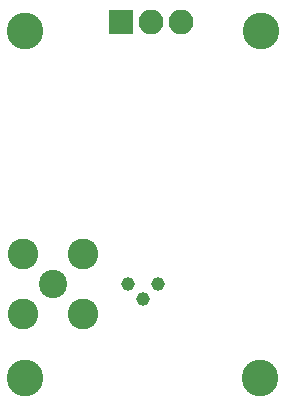
<source format=gbr>
G04 #@! TF.FileFunction,Soldermask,Bot*
%FSLAX46Y46*%
G04 Gerber Fmt 4.6, Leading zero omitted, Abs format (unit mm)*
G04 Created by KiCad (PCBNEW 4.0.6) date 12/13/17 11:39:51*
%MOMM*%
%LPD*%
G01*
G04 APERTURE LIST*
%ADD10C,0.100000*%
%ADD11C,2.600000*%
%ADD12C,2.400000*%
%ADD13R,2.100000X2.100000*%
%ADD14O,2.100000X2.100000*%
%ADD15C,3.100000*%
%ADD16C,1.150000*%
G04 APERTURE END LIST*
D10*
D11*
X128210000Y-110790000D03*
X128210000Y-105710000D03*
X133290000Y-105710000D03*
X133290000Y-110790000D03*
D12*
X130750000Y-108250000D03*
D13*
X136470000Y-86050000D03*
D14*
X139010000Y-86050000D03*
X141550000Y-86050000D03*
D15*
X128375000Y-116200000D03*
X148300000Y-116225000D03*
X148325000Y-86875000D03*
X128400000Y-86875000D03*
D16*
X138320000Y-109520000D03*
X137050000Y-108250000D03*
X139590000Y-108250000D03*
M02*

</source>
